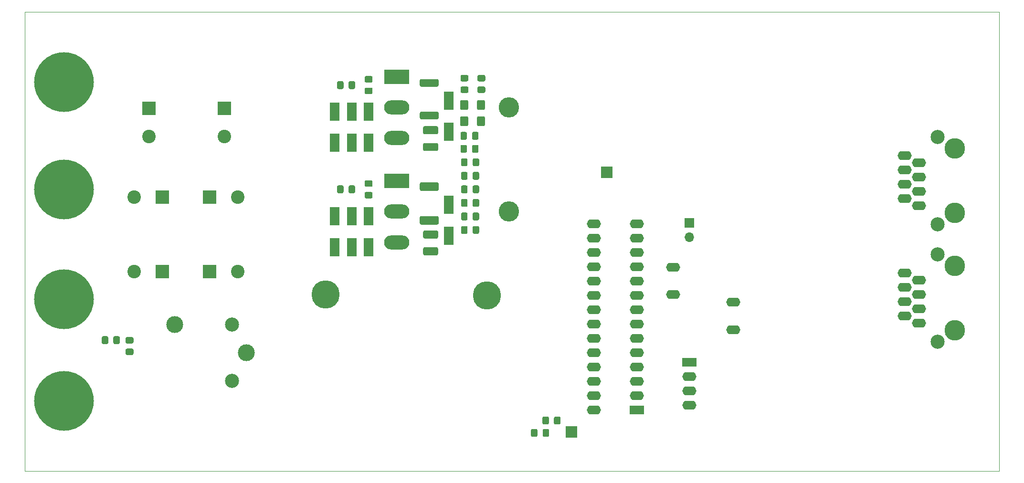
<source format=gbr>
%TF.GenerationSoftware,KiCad,Pcbnew,5.1.7+dfsg1-1~bpo10+1*%
%TF.CreationDate,2020-12-16T15:11:05+00:00*%
%TF.ProjectId,MCB19,4d434231-392e-46b6-9963-61645f706362,rev?*%
%TF.SameCoordinates,Original*%
%TF.FileFunction,Soldermask,Top*%
%TF.FilePolarity,Negative*%
%FSLAX45Y45*%
G04 Gerber Fmt 4.5, Leading zero omitted, Abs format (unit mm)*
G04 Created by KiCad (PCBNEW 5.1.7+dfsg1-1~bpo10+1) date 2020-12-16 15:11:05*
%MOMM*%
%LPD*%
G01*
G04 APERTURE LIST*
%TA.AperFunction,Profile*%
%ADD10C,0.100000*%
%TD*%
%ADD11C,3.000000*%
%ADD12C,2.500000*%
%ADD13R,2.000000X2.000000*%
%ADD14C,5.000000*%
%ADD15C,2.400000*%
%ADD16R,2.400000X2.400000*%
%ADD17O,4.500000X2.500000*%
%ADD18R,4.500000X2.500000*%
%ADD19O,3.600000X3.600000*%
%ADD20C,0.900000*%
%ADD21C,10.599999*%
%ADD22R,1.700000X3.300000*%
%ADD23C,10.600000*%
%ADD24R,1.700000X1.700000*%
%ADD25O,1.700000X1.700000*%
%ADD26R,2.500000X1.600000*%
%ADD27O,2.500000X1.600000*%
%ADD28C,3.650000*%
G04 APERTURE END LIST*
D10*
X22285000Y-5050000D02*
X5000000Y-5050000D01*
X22285000Y-13200000D02*
X22285000Y-5050000D01*
X5000000Y-13200000D02*
X22285000Y-13200000D01*
X5000000Y-5050000D02*
X5000000Y-13200000D01*
X22285000Y-5050000D02*
X5000000Y-5050000D01*
X22285000Y-13200000D02*
X22285000Y-5050000D01*
X5000000Y-13200000D02*
X22285000Y-13200000D01*
X5000000Y-5050000D02*
X5000000Y-13200000D01*
D11*
X8930000Y-11100000D03*
D12*
X8680000Y-11600000D03*
D11*
X7660000Y-10600000D03*
D12*
X8680000Y-10600000D03*
D13*
X14700000Y-12500000D03*
X15320000Y-7900000D03*
D14*
X13200000Y-10080000D03*
X10332800Y-10064400D03*
G36*
G01*
X12945000Y-8965000D02*
X12945000Y-8875000D01*
G75*
G02*
X12970000Y-8850000I25000J0D01*
G01*
X13035000Y-8850000D01*
G75*
G02*
X13060000Y-8875000I0J-25000D01*
G01*
X13060000Y-8965000D01*
G75*
G02*
X13035000Y-8990000I-25000J0D01*
G01*
X12970000Y-8990000D01*
G75*
G02*
X12945000Y-8965000I0J25000D01*
G01*
G37*
G36*
G01*
X12740000Y-8965000D02*
X12740000Y-8875000D01*
G75*
G02*
X12765000Y-8850000I25000J0D01*
G01*
X12830000Y-8850000D01*
G75*
G02*
X12855000Y-8875000I0J-25000D01*
G01*
X12855000Y-8965000D01*
G75*
G02*
X12830000Y-8990000I-25000J0D01*
G01*
X12765000Y-8990000D01*
G75*
G02*
X12740000Y-8965000I0J25000D01*
G01*
G37*
G36*
G01*
X12945000Y-8725000D02*
X12945000Y-8635000D01*
G75*
G02*
X12970000Y-8610000I25000J0D01*
G01*
X13035000Y-8610000D01*
G75*
G02*
X13060000Y-8635000I0J-25000D01*
G01*
X13060000Y-8725000D01*
G75*
G02*
X13035000Y-8750000I-25000J0D01*
G01*
X12970000Y-8750000D01*
G75*
G02*
X12945000Y-8725000I0J25000D01*
G01*
G37*
G36*
G01*
X12740000Y-8725000D02*
X12740000Y-8635000D01*
G75*
G02*
X12765000Y-8610000I25000J0D01*
G01*
X12830000Y-8610000D01*
G75*
G02*
X12855000Y-8635000I0J-25000D01*
G01*
X12855000Y-8725000D01*
G75*
G02*
X12830000Y-8750000I-25000J0D01*
G01*
X12765000Y-8750000D01*
G75*
G02*
X12740000Y-8725000I0J25000D01*
G01*
G37*
G36*
G01*
X12945000Y-7765000D02*
X12945000Y-7675000D01*
G75*
G02*
X12970000Y-7650000I25000J0D01*
G01*
X13035000Y-7650000D01*
G75*
G02*
X13060000Y-7675000I0J-25000D01*
G01*
X13060000Y-7765000D01*
G75*
G02*
X13035000Y-7790000I-25000J0D01*
G01*
X12970000Y-7790000D01*
G75*
G02*
X12945000Y-7765000I0J25000D01*
G01*
G37*
G36*
G01*
X12740000Y-7765000D02*
X12740000Y-7675000D01*
G75*
G02*
X12765000Y-7650000I25000J0D01*
G01*
X12830000Y-7650000D01*
G75*
G02*
X12855000Y-7675000I0J-25000D01*
G01*
X12855000Y-7765000D01*
G75*
G02*
X12830000Y-7790000I-25000J0D01*
G01*
X12765000Y-7790000D01*
G75*
G02*
X12740000Y-7765000I0J25000D01*
G01*
G37*
G36*
G01*
X12945000Y-8005000D02*
X12945000Y-7915000D01*
G75*
G02*
X12970000Y-7890000I25000J0D01*
G01*
X13035000Y-7890000D01*
G75*
G02*
X13060000Y-7915000I0J-25000D01*
G01*
X13060000Y-8005000D01*
G75*
G02*
X13035000Y-8030000I-25000J0D01*
G01*
X12970000Y-8030000D01*
G75*
G02*
X12945000Y-8005000I0J25000D01*
G01*
G37*
G36*
G01*
X12740000Y-8005000D02*
X12740000Y-7915000D01*
G75*
G02*
X12765000Y-7890000I25000J0D01*
G01*
X12830000Y-7890000D01*
G75*
G02*
X12855000Y-7915000I0J-25000D01*
G01*
X12855000Y-8005000D01*
G75*
G02*
X12830000Y-8030000I-25000J0D01*
G01*
X12765000Y-8030000D01*
G75*
G02*
X12740000Y-8005000I0J25000D01*
G01*
G37*
G36*
G01*
X6905000Y-10935000D02*
X6815000Y-10935000D01*
G75*
G02*
X6790000Y-10910000I0J25000D01*
G01*
X6790000Y-10845000D01*
G75*
G02*
X6815000Y-10820000I25000J0D01*
G01*
X6905000Y-10820000D01*
G75*
G02*
X6930000Y-10845000I0J-25000D01*
G01*
X6930000Y-10910000D01*
G75*
G02*
X6905000Y-10935000I-25000J0D01*
G01*
G37*
G36*
G01*
X6905000Y-11140000D02*
X6815000Y-11140000D01*
G75*
G02*
X6790000Y-11115000I0J25000D01*
G01*
X6790000Y-11050000D01*
G75*
G02*
X6815000Y-11025000I25000J0D01*
G01*
X6905000Y-11025000D01*
G75*
G02*
X6930000Y-11050000I0J-25000D01*
G01*
X6930000Y-11115000D01*
G75*
G02*
X6905000Y-11140000I-25000J0D01*
G01*
G37*
G36*
G01*
X12317500Y-8825000D02*
X12032500Y-8825000D01*
G75*
G02*
X12007500Y-8800000I0J25000D01*
G01*
X12007500Y-8697500D01*
G75*
G02*
X12032500Y-8672500I25000J0D01*
G01*
X12317500Y-8672500D01*
G75*
G02*
X12342500Y-8697500I0J-25000D01*
G01*
X12342500Y-8800000D01*
G75*
G02*
X12317500Y-8825000I-25000J0D01*
G01*
G37*
G36*
G01*
X12317500Y-8227500D02*
X12032500Y-8227500D01*
G75*
G02*
X12007500Y-8202500I0J25000D01*
G01*
X12007500Y-8100000D01*
G75*
G02*
X12032500Y-8075000I25000J0D01*
G01*
X12317500Y-8075000D01*
G75*
G02*
X12342500Y-8100000I0J-25000D01*
G01*
X12342500Y-8202500D01*
G75*
G02*
X12317500Y-8227500I-25000J0D01*
G01*
G37*
G36*
G01*
X14297500Y-12255000D02*
X14297500Y-12345000D01*
G75*
G02*
X14272500Y-12370000I-25000J0D01*
G01*
X14207500Y-12370000D01*
G75*
G02*
X14182500Y-12345000I0J25000D01*
G01*
X14182500Y-12255000D01*
G75*
G02*
X14207500Y-12230000I25000J0D01*
G01*
X14272500Y-12230000D01*
G75*
G02*
X14297500Y-12255000I0J-25000D01*
G01*
G37*
G36*
G01*
X14502500Y-12255000D02*
X14502500Y-12345000D01*
G75*
G02*
X14477500Y-12370000I-25000J0D01*
G01*
X14412500Y-12370000D01*
G75*
G02*
X14387500Y-12345000I0J25000D01*
G01*
X14387500Y-12255000D01*
G75*
G02*
X14412500Y-12230000I25000J0D01*
G01*
X14477500Y-12230000D01*
G75*
G02*
X14502500Y-12255000I0J-25000D01*
G01*
G37*
G36*
G01*
X12317500Y-6377500D02*
X12032500Y-6377500D01*
G75*
G02*
X12007500Y-6352500I0J25000D01*
G01*
X12007500Y-6267500D01*
G75*
G02*
X12032500Y-6242500I25000J0D01*
G01*
X12317500Y-6242500D01*
G75*
G02*
X12342500Y-6267500I0J-25000D01*
G01*
X12342500Y-6352500D01*
G75*
G02*
X12317500Y-6377500I-25000J0D01*
G01*
G37*
G36*
G01*
X12317500Y-6957500D02*
X12032500Y-6957500D01*
G75*
G02*
X12007500Y-6932500I0J25000D01*
G01*
X12007500Y-6847500D01*
G75*
G02*
X12032500Y-6822500I25000J0D01*
G01*
X12317500Y-6822500D01*
G75*
G02*
X12342500Y-6847500I0J-25000D01*
G01*
X12342500Y-6932500D01*
G75*
G02*
X12317500Y-6957500I-25000J0D01*
G01*
G37*
G36*
G01*
X6572500Y-10920000D02*
X6572500Y-10830000D01*
G75*
G02*
X6597500Y-10805000I25000J0D01*
G01*
X6662500Y-10805000D01*
G75*
G02*
X6687500Y-10830000I0J-25000D01*
G01*
X6687500Y-10920000D01*
G75*
G02*
X6662500Y-10945000I-25000J0D01*
G01*
X6597500Y-10945000D01*
G75*
G02*
X6572500Y-10920000I0J25000D01*
G01*
G37*
G36*
G01*
X6367500Y-10920000D02*
X6367500Y-10830000D01*
G75*
G02*
X6392500Y-10805000I25000J0D01*
G01*
X6457500Y-10805000D01*
G75*
G02*
X6482500Y-10830000I0J-25000D01*
G01*
X6482500Y-10920000D01*
G75*
G02*
X6457500Y-10945000I-25000J0D01*
G01*
X6392500Y-10945000D01*
G75*
G02*
X6367500Y-10920000I0J25000D01*
G01*
G37*
G36*
G01*
X14185000Y-12565000D02*
X14185000Y-12475000D01*
G75*
G02*
X14210000Y-12450000I25000J0D01*
G01*
X14275000Y-12450000D01*
G75*
G02*
X14300000Y-12475000I0J-25000D01*
G01*
X14300000Y-12565000D01*
G75*
G02*
X14275000Y-12590000I-25000J0D01*
G01*
X14210000Y-12590000D01*
G75*
G02*
X14185000Y-12565000I0J25000D01*
G01*
G37*
G36*
G01*
X13980000Y-12565000D02*
X13980000Y-12475000D01*
G75*
G02*
X14005000Y-12450000I25000J0D01*
G01*
X14070000Y-12450000D01*
G75*
G02*
X14095000Y-12475000I0J-25000D01*
G01*
X14095000Y-12565000D01*
G75*
G02*
X14070000Y-12590000I-25000J0D01*
G01*
X14005000Y-12590000D01*
G75*
G02*
X13980000Y-12565000I0J25000D01*
G01*
G37*
G36*
G01*
X12945000Y-8485000D02*
X12945000Y-8395000D01*
G75*
G02*
X12970000Y-8370000I25000J0D01*
G01*
X13035000Y-8370000D01*
G75*
G02*
X13060000Y-8395000I0J-25000D01*
G01*
X13060000Y-8485000D01*
G75*
G02*
X13035000Y-8510000I-25000J0D01*
G01*
X12970000Y-8510000D01*
G75*
G02*
X12945000Y-8485000I0J25000D01*
G01*
G37*
G36*
G01*
X12740000Y-8485000D02*
X12740000Y-8395000D01*
G75*
G02*
X12765000Y-8370000I25000J0D01*
G01*
X12830000Y-8370000D01*
G75*
G02*
X12855000Y-8395000I0J-25000D01*
G01*
X12855000Y-8485000D01*
G75*
G02*
X12830000Y-8510000I-25000J0D01*
G01*
X12765000Y-8510000D01*
G75*
G02*
X12740000Y-8485000I0J25000D01*
G01*
G37*
G36*
G01*
X12945000Y-8245000D02*
X12945000Y-8155000D01*
G75*
G02*
X12970000Y-8130000I25000J0D01*
G01*
X13035000Y-8130000D01*
G75*
G02*
X13060000Y-8155000I0J-25000D01*
G01*
X13060000Y-8245000D01*
G75*
G02*
X13035000Y-8270000I-25000J0D01*
G01*
X12970000Y-8270000D01*
G75*
G02*
X12945000Y-8245000I0J25000D01*
G01*
G37*
G36*
G01*
X12740000Y-8245000D02*
X12740000Y-8155000D01*
G75*
G02*
X12765000Y-8130000I25000J0D01*
G01*
X12830000Y-8130000D01*
G75*
G02*
X12855000Y-8155000I0J-25000D01*
G01*
X12855000Y-8245000D01*
G75*
G02*
X12830000Y-8270000I-25000J0D01*
G01*
X12765000Y-8270000D01*
G75*
G02*
X12740000Y-8245000I0J25000D01*
G01*
G37*
D15*
X8775208Y-9655000D03*
D16*
X8275208Y-9655000D03*
D15*
X8540000Y-7265000D03*
D16*
X8540000Y-6765000D03*
D15*
X7200000Y-7265000D03*
D16*
X7200000Y-6765000D03*
D17*
X11600000Y-9140000D03*
X11600000Y-8595000D03*
D18*
X11600000Y-8050000D03*
D19*
X13586000Y-8595000D03*
G36*
G01*
X13145000Y-6285000D02*
X13055000Y-6285000D01*
G75*
G02*
X13030000Y-6260000I0J25000D01*
G01*
X13030000Y-6195000D01*
G75*
G02*
X13055000Y-6170000I25000J0D01*
G01*
X13145000Y-6170000D01*
G75*
G02*
X13170000Y-6195000I0J-25000D01*
G01*
X13170000Y-6260000D01*
G75*
G02*
X13145000Y-6285000I-25000J0D01*
G01*
G37*
G36*
G01*
X13145000Y-6490000D02*
X13055000Y-6490000D01*
G75*
G02*
X13030000Y-6465000I0J25000D01*
G01*
X13030000Y-6400000D01*
G75*
G02*
X13055000Y-6375000I25000J0D01*
G01*
X13145000Y-6375000D01*
G75*
G02*
X13170000Y-6400000I0J-25000D01*
G01*
X13170000Y-6465000D01*
G75*
G02*
X13145000Y-6490000I-25000J0D01*
G01*
G37*
G36*
G01*
X12755000Y-6170000D02*
X12845000Y-6170000D01*
G75*
G02*
X12870000Y-6195000I0J-25000D01*
G01*
X12870000Y-6260000D01*
G75*
G02*
X12845000Y-6285000I-25000J0D01*
G01*
X12755000Y-6285000D01*
G75*
G02*
X12730000Y-6260000I0J25000D01*
G01*
X12730000Y-6195000D01*
G75*
G02*
X12755000Y-6170000I25000J0D01*
G01*
G37*
G36*
G01*
X12755000Y-6375000D02*
X12845000Y-6375000D01*
G75*
G02*
X12870000Y-6400000I0J-25000D01*
G01*
X12870000Y-6465000D01*
G75*
G02*
X12845000Y-6490000I-25000J0D01*
G01*
X12755000Y-6490000D01*
G75*
G02*
X12730000Y-6465000I0J25000D01*
G01*
X12730000Y-6400000D01*
G75*
G02*
X12755000Y-6375000I25000J0D01*
G01*
G37*
G36*
G01*
X12934000Y-7525500D02*
X12934000Y-7435500D01*
G75*
G02*
X12959000Y-7410500I25000J0D01*
G01*
X13024000Y-7410500D01*
G75*
G02*
X13049000Y-7435500I0J-25000D01*
G01*
X13049000Y-7525500D01*
G75*
G02*
X13024000Y-7550500I-25000J0D01*
G01*
X12959000Y-7550500D01*
G75*
G02*
X12934000Y-7525500I0J25000D01*
G01*
G37*
G36*
G01*
X12729000Y-7525500D02*
X12729000Y-7435500D01*
G75*
G02*
X12754000Y-7410500I25000J0D01*
G01*
X12819000Y-7410500D01*
G75*
G02*
X12844000Y-7435500I0J-25000D01*
G01*
X12844000Y-7525500D01*
G75*
G02*
X12819000Y-7550500I-25000J0D01*
G01*
X12754000Y-7550500D01*
G75*
G02*
X12729000Y-7525500I0J25000D01*
G01*
G37*
G36*
G01*
X12934000Y-7296000D02*
X12934000Y-7206000D01*
G75*
G02*
X12959000Y-7181000I25000J0D01*
G01*
X13024000Y-7181000D01*
G75*
G02*
X13049000Y-7206000I0J-25000D01*
G01*
X13049000Y-7296000D01*
G75*
G02*
X13024000Y-7321000I-25000J0D01*
G01*
X12959000Y-7321000D01*
G75*
G02*
X12934000Y-7296000I0J25000D01*
G01*
G37*
G36*
G01*
X12729000Y-7296000D02*
X12729000Y-7206000D01*
G75*
G02*
X12754000Y-7181000I25000J0D01*
G01*
X12819000Y-7181000D01*
G75*
G02*
X12844000Y-7206000I0J-25000D01*
G01*
X12844000Y-7296000D01*
G75*
G02*
X12819000Y-7321000I-25000J0D01*
G01*
X12754000Y-7321000D01*
G75*
G02*
X12729000Y-7296000I0J25000D01*
G01*
G37*
G36*
G01*
X13021500Y-6766500D02*
X13021500Y-6641500D01*
G75*
G02*
X13046500Y-6616500I25000J0D01*
G01*
X13139000Y-6616500D01*
G75*
G02*
X13164000Y-6641500I0J-25000D01*
G01*
X13164000Y-6766500D01*
G75*
G02*
X13139000Y-6791500I-25000J0D01*
G01*
X13046500Y-6791500D01*
G75*
G02*
X13021500Y-6766500I0J25000D01*
G01*
G37*
G36*
G01*
X12724000Y-6766500D02*
X12724000Y-6641500D01*
G75*
G02*
X12749000Y-6616500I25000J0D01*
G01*
X12841500Y-6616500D01*
G75*
G02*
X12866500Y-6641500I0J-25000D01*
G01*
X12866500Y-6766500D01*
G75*
G02*
X12841500Y-6791500I-25000J0D01*
G01*
X12749000Y-6791500D01*
G75*
G02*
X12724000Y-6766500I0J25000D01*
G01*
G37*
G36*
G01*
X13021500Y-7053500D02*
X13021500Y-6928500D01*
G75*
G02*
X13046500Y-6903500I25000J0D01*
G01*
X13139000Y-6903500D01*
G75*
G02*
X13164000Y-6928500I0J-25000D01*
G01*
X13164000Y-7053500D01*
G75*
G02*
X13139000Y-7078500I-25000J0D01*
G01*
X13046500Y-7078500D01*
G75*
G02*
X13021500Y-7053500I0J25000D01*
G01*
G37*
G36*
G01*
X12724000Y-7053500D02*
X12724000Y-6928500D01*
G75*
G02*
X12749000Y-6903500I25000J0D01*
G01*
X12841500Y-6903500D01*
G75*
G02*
X12866500Y-6928500I0J-25000D01*
G01*
X12866500Y-7053500D01*
G75*
G02*
X12841500Y-7078500I-25000J0D01*
G01*
X12749000Y-7078500D01*
G75*
G02*
X12724000Y-7053500I0J25000D01*
G01*
G37*
G36*
G01*
X12317500Y-8227500D02*
X12032500Y-8227500D01*
G75*
G02*
X12007500Y-8202500I0J25000D01*
G01*
X12007500Y-8100000D01*
G75*
G02*
X12032500Y-8075000I25000J0D01*
G01*
X12317500Y-8075000D01*
G75*
G02*
X12342500Y-8100000I0J-25000D01*
G01*
X12342500Y-8202500D01*
G75*
G02*
X12317500Y-8227500I-25000J0D01*
G01*
G37*
G36*
G01*
X12317500Y-8825000D02*
X12032500Y-8825000D01*
G75*
G02*
X12007500Y-8800000I0J25000D01*
G01*
X12007500Y-8697500D01*
G75*
G02*
X12032500Y-8672500I25000J0D01*
G01*
X12317500Y-8672500D01*
G75*
G02*
X12342500Y-8697500I0J-25000D01*
G01*
X12342500Y-8800000D01*
G75*
G02*
X12317500Y-8825000I-25000J0D01*
G01*
G37*
G36*
G01*
X12317500Y-6377500D02*
X12032500Y-6377500D01*
G75*
G02*
X12007500Y-6352500I0J25000D01*
G01*
X12007500Y-6267500D01*
G75*
G02*
X12032500Y-6242500I25000J0D01*
G01*
X12317500Y-6242500D01*
G75*
G02*
X12342500Y-6267500I0J-25000D01*
G01*
X12342500Y-6352500D01*
G75*
G02*
X12317500Y-6377500I-25000J0D01*
G01*
G37*
G36*
G01*
X12317500Y-6957500D02*
X12032500Y-6957500D01*
G75*
G02*
X12007500Y-6932500I0J25000D01*
G01*
X12007500Y-6847500D01*
G75*
G02*
X12032500Y-6822500I25000J0D01*
G01*
X12317500Y-6822500D01*
G75*
G02*
X12342500Y-6847500I0J-25000D01*
G01*
X12342500Y-6932500D01*
G75*
G02*
X12317500Y-6957500I-25000J0D01*
G01*
G37*
G36*
G01*
X12092500Y-7377500D02*
X12307500Y-7377500D01*
G75*
G02*
X12332500Y-7402500I0J-25000D01*
G01*
X12332500Y-7495000D01*
G75*
G02*
X12307500Y-7520000I-25000J0D01*
G01*
X12092500Y-7520000D01*
G75*
G02*
X12067500Y-7495000I0J25000D01*
G01*
X12067500Y-7402500D01*
G75*
G02*
X12092500Y-7377500I25000J0D01*
G01*
G37*
G36*
G01*
X12092500Y-7080000D02*
X12307500Y-7080000D01*
G75*
G02*
X12332500Y-7105000I0J-25000D01*
G01*
X12332500Y-7197500D01*
G75*
G02*
X12307500Y-7222500I-25000J0D01*
G01*
X12092500Y-7222500D01*
G75*
G02*
X12067500Y-7197500I0J25000D01*
G01*
X12067500Y-7105000D01*
G75*
G02*
X12092500Y-7080000I25000J0D01*
G01*
G37*
G36*
G01*
X12092500Y-9227500D02*
X12307500Y-9227500D01*
G75*
G02*
X12332500Y-9252500I0J-25000D01*
G01*
X12332500Y-9345000D01*
G75*
G02*
X12307500Y-9370000I-25000J0D01*
G01*
X12092500Y-9370000D01*
G75*
G02*
X12067500Y-9345000I0J25000D01*
G01*
X12067500Y-9252500D01*
G75*
G02*
X12092500Y-9227500I25000J0D01*
G01*
G37*
G36*
G01*
X12092500Y-8930000D02*
X12307500Y-8930000D01*
G75*
G02*
X12332500Y-8955000I0J-25000D01*
G01*
X12332500Y-9047500D01*
G75*
G02*
X12307500Y-9072500I-25000J0D01*
G01*
X12092500Y-9072500D01*
G75*
G02*
X12067500Y-9047500I0J25000D01*
G01*
X12067500Y-8955000D01*
G75*
G02*
X12092500Y-8930000I25000J0D01*
G01*
G37*
D20*
X5981075Y-12231075D03*
X6097500Y-11950000D03*
X5981075Y-11668925D03*
X5700000Y-11552500D03*
X5418925Y-11668925D03*
X5302500Y-11950000D03*
X5418925Y-12231075D03*
X5700000Y-12347500D03*
D21*
X5700000Y-11950000D03*
D22*
X10500000Y-9225000D03*
X10500000Y-8675000D03*
D15*
X6945000Y-8340000D03*
D16*
X7445000Y-8340000D03*
D15*
X6945000Y-9655000D03*
D16*
X7445000Y-9655000D03*
D17*
X11600000Y-7290000D03*
X11600000Y-6745000D03*
D18*
X11600000Y-6200000D03*
D19*
X13586000Y-6745000D03*
G36*
G01*
X11145000Y-6305000D02*
X11055000Y-6305000D01*
G75*
G02*
X11030000Y-6280000I0J25000D01*
G01*
X11030000Y-6215000D01*
G75*
G02*
X11055000Y-6190000I25000J0D01*
G01*
X11145000Y-6190000D01*
G75*
G02*
X11170000Y-6215000I0J-25000D01*
G01*
X11170000Y-6280000D01*
G75*
G02*
X11145000Y-6305000I-25000J0D01*
G01*
G37*
G36*
G01*
X11145000Y-6510000D02*
X11055000Y-6510000D01*
G75*
G02*
X11030000Y-6485000I0J25000D01*
G01*
X11030000Y-6420000D01*
G75*
G02*
X11055000Y-6395000I25000J0D01*
G01*
X11145000Y-6395000D01*
G75*
G02*
X11170000Y-6420000I0J-25000D01*
G01*
X11170000Y-6485000D01*
G75*
G02*
X11145000Y-6510000I-25000J0D01*
G01*
G37*
G36*
G01*
X11145000Y-8155000D02*
X11055000Y-8155000D01*
G75*
G02*
X11030000Y-8130000I0J25000D01*
G01*
X11030000Y-8065000D01*
G75*
G02*
X11055000Y-8040000I25000J0D01*
G01*
X11145000Y-8040000D01*
G75*
G02*
X11170000Y-8065000I0J-25000D01*
G01*
X11170000Y-8130000D01*
G75*
G02*
X11145000Y-8155000I-25000J0D01*
G01*
G37*
G36*
G01*
X11145000Y-8360000D02*
X11055000Y-8360000D01*
G75*
G02*
X11030000Y-8335000I0J25000D01*
G01*
X11030000Y-8270000D01*
G75*
G02*
X11055000Y-8245000I25000J0D01*
G01*
X11145000Y-8245000D01*
G75*
G02*
X11170000Y-8270000I0J-25000D01*
G01*
X11170000Y-8335000D01*
G75*
G02*
X11145000Y-8360000I-25000J0D01*
G01*
G37*
G36*
G01*
X10655000Y-6305000D02*
X10655000Y-6395000D01*
G75*
G02*
X10630000Y-6420000I-25000J0D01*
G01*
X10565000Y-6420000D01*
G75*
G02*
X10540000Y-6395000I0J25000D01*
G01*
X10540000Y-6305000D01*
G75*
G02*
X10565000Y-6280000I25000J0D01*
G01*
X10630000Y-6280000D01*
G75*
G02*
X10655000Y-6305000I0J-25000D01*
G01*
G37*
G36*
G01*
X10860000Y-6305000D02*
X10860000Y-6395000D01*
G75*
G02*
X10835000Y-6420000I-25000J0D01*
G01*
X10770000Y-6420000D01*
G75*
G02*
X10745000Y-6395000I0J25000D01*
G01*
X10745000Y-6305000D01*
G75*
G02*
X10770000Y-6280000I25000J0D01*
G01*
X10835000Y-6280000D01*
G75*
G02*
X10860000Y-6305000I0J-25000D01*
G01*
G37*
G36*
G01*
X10655000Y-8155000D02*
X10655000Y-8245000D01*
G75*
G02*
X10630000Y-8270000I-25000J0D01*
G01*
X10565000Y-8270000D01*
G75*
G02*
X10540000Y-8245000I0J25000D01*
G01*
X10540000Y-8155000D01*
G75*
G02*
X10565000Y-8130000I25000J0D01*
G01*
X10630000Y-8130000D01*
G75*
G02*
X10655000Y-8155000I0J-25000D01*
G01*
G37*
G36*
G01*
X10860000Y-8155000D02*
X10860000Y-8245000D01*
G75*
G02*
X10835000Y-8270000I-25000J0D01*
G01*
X10770000Y-8270000D01*
G75*
G02*
X10745000Y-8245000I0J25000D01*
G01*
X10745000Y-8155000D01*
G75*
G02*
X10770000Y-8130000I25000J0D01*
G01*
X10835000Y-8130000D01*
G75*
G02*
X10860000Y-8155000I0J-25000D01*
G01*
G37*
D20*
X5981075Y-10431075D03*
X6097500Y-10150000D03*
X5981075Y-9868925D03*
X5700000Y-9752500D03*
X5418925Y-9868925D03*
X5302500Y-10150000D03*
X5418925Y-10431075D03*
X5700000Y-10547500D03*
D23*
X5700000Y-10150000D03*
D20*
X5418925Y-7918925D03*
X5302500Y-8200000D03*
X5418925Y-8481075D03*
X5700000Y-8597500D03*
X5981075Y-8481075D03*
X6097500Y-8200000D03*
X5981075Y-7918925D03*
X5700000Y-7802500D03*
D23*
X5700000Y-8200000D03*
D20*
X5418925Y-6018925D03*
X5302500Y-6300000D03*
X5418925Y-6581075D03*
X5700000Y-6697500D03*
X5981075Y-6581075D03*
X6097500Y-6300000D03*
X5981075Y-6018925D03*
X5700000Y-5902500D03*
D21*
X5700000Y-6300000D03*
D22*
X11100000Y-6825000D03*
X11100000Y-7375000D03*
X10800000Y-6825000D03*
X10800000Y-7375000D03*
X11100000Y-9225000D03*
X11100000Y-8675000D03*
X10800000Y-8675000D03*
X10800000Y-9225000D03*
X12525000Y-9025000D03*
X12525000Y-8475000D03*
X12525000Y-6625000D03*
X12525000Y-7175000D03*
X10500000Y-7375000D03*
X10500000Y-6825000D03*
D15*
X8775208Y-8340000D03*
D16*
X8275208Y-8340000D03*
D24*
X16790000Y-8795000D03*
D25*
X16790000Y-9049000D03*
D26*
X15855000Y-12115000D03*
D27*
X15093000Y-8813000D03*
X15855000Y-11861000D03*
X15093000Y-9067000D03*
X15855000Y-11607000D03*
X15093000Y-9321000D03*
X15855000Y-11353000D03*
X15093000Y-9575000D03*
X15855000Y-11099000D03*
X15093000Y-9829000D03*
X15855000Y-10845000D03*
X15093000Y-10083000D03*
X15855000Y-10591000D03*
X15093000Y-10337000D03*
X15855000Y-10337000D03*
X15093000Y-10591000D03*
X15855000Y-10083000D03*
X15093000Y-10845000D03*
X15855000Y-9829000D03*
X15093000Y-11099000D03*
X15855000Y-9575000D03*
X15093000Y-11353000D03*
X15855000Y-9321000D03*
X15093000Y-11607000D03*
X15855000Y-9067000D03*
X15093000Y-11861000D03*
X15855000Y-8813000D03*
X15093000Y-12115000D03*
D12*
X21192400Y-7266600D03*
X21192400Y-8816600D03*
D27*
X20608400Y-7597100D03*
X20862400Y-7724100D03*
X20608400Y-7851100D03*
X20862400Y-7978100D03*
X20608400Y-8105100D03*
X20862400Y-8232100D03*
X20608400Y-8359100D03*
X20862400Y-8486100D03*
D28*
X21497400Y-8613100D03*
X21497400Y-7470100D03*
D12*
X21192800Y-9352100D03*
X21192800Y-10902100D03*
D27*
X20608800Y-9682600D03*
X20862800Y-9809600D03*
X20608800Y-9936600D03*
X20862800Y-10063600D03*
X20608800Y-10190600D03*
X20862800Y-10317600D03*
X20608800Y-10444600D03*
X20862800Y-10571600D03*
D28*
X21497800Y-10698600D03*
X21497800Y-9555600D03*
D26*
X16790000Y-11266000D03*
D27*
X16790000Y-11520000D03*
X16790000Y-11774000D03*
X16790000Y-12028000D03*
X17563400Y-10691600D03*
X17563400Y-10203600D03*
X16499600Y-9578400D03*
X16499600Y-10066400D03*
M02*

</source>
